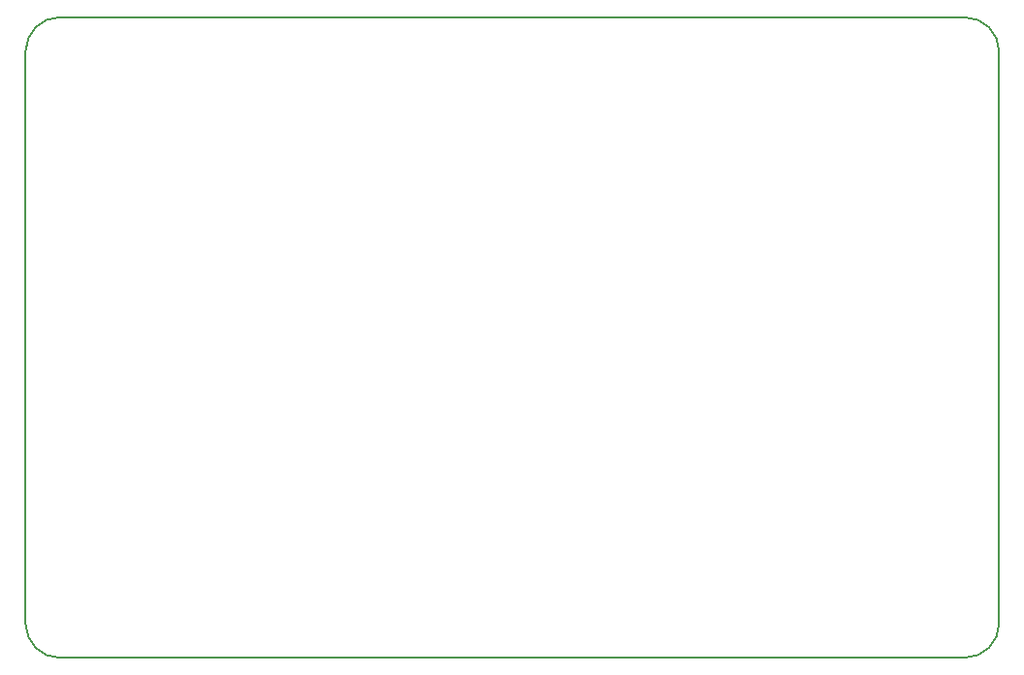
<source format=gbr>
%TF.GenerationSoftware,KiCad,Pcbnew,(6.0.4)*%
%TF.CreationDate,2022-08-07T13:44:39+09:00*%
%TF.ProjectId,cleanbot,636c6561-6e62-46f7-942e-6b696361645f,rev?*%
%TF.SameCoordinates,Original*%
%TF.FileFunction,Profile,NP*%
%FSLAX46Y46*%
G04 Gerber Fmt 4.6, Leading zero omitted, Abs format (unit mm)*
G04 Created by KiCad (PCBNEW (6.0.4)) date 2022-08-07 13:44:39*
%MOMM*%
%LPD*%
G01*
G04 APERTURE LIST*
%TA.AperFunction,Profile*%
%ADD10C,0.200000*%
%TD*%
G04 APERTURE END LIST*
D10*
X85000000Y53000000D02*
X85000000Y3000000D01*
X0Y3000000D02*
G75*
G03*
X3000000Y0I3000000J0D01*
G01*
X85000000Y53000000D02*
G75*
G03*
X82000000Y56000000I-3000000J0D01*
G01*
X3000000Y0D02*
X82000000Y0D01*
X3000000Y56000000D02*
X82000000Y56000000D01*
X0Y3000000D02*
X0Y53000000D01*
X82000000Y0D02*
G75*
G03*
X85000000Y3000000I0J3000000D01*
G01*
X3000000Y56000000D02*
G75*
G03*
X0Y53000000I0J-3000000D01*
G01*
M02*

</source>
